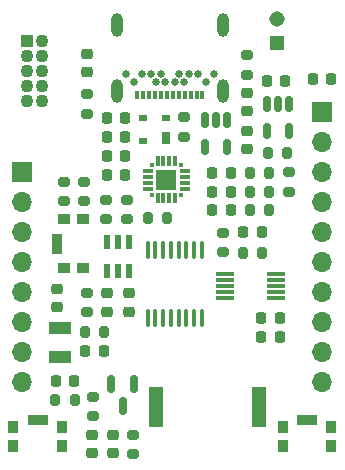
<source format=gbr>
%TF.GenerationSoftware,KiCad,Pcbnew,(6.0.7-1)-1*%
%TF.CreationDate,2022-11-20T21:12:54+11:00*%
%TF.ProjectId,esp32-clover,65737033-322d-4636-9c6f-7665722e6b69,rev?*%
%TF.SameCoordinates,Original*%
%TF.FileFunction,Soldermask,Top*%
%TF.FilePolarity,Negative*%
%FSLAX46Y46*%
G04 Gerber Fmt 4.6, Leading zero omitted, Abs format (unit mm)*
G04 Created by KiCad (PCBNEW (6.0.7-1)-1) date 2022-11-20 21:12:54*
%MOMM*%
%LPD*%
G01*
G04 APERTURE LIST*
G04 Aperture macros list*
%AMRoundRect*
0 Rectangle with rounded corners*
0 $1 Rounding radius*
0 $2 $3 $4 $5 $6 $7 $8 $9 X,Y pos of 4 corners*
0 Add a 4 corners polygon primitive as box body*
4,1,4,$2,$3,$4,$5,$6,$7,$8,$9,$2,$3,0*
0 Add four circle primitives for the rounded corners*
1,1,$1+$1,$2,$3*
1,1,$1+$1,$4,$5*
1,1,$1+$1,$6,$7*
1,1,$1+$1,$8,$9*
0 Add four rect primitives between the rounded corners*
20,1,$1+$1,$2,$3,$4,$5,0*
20,1,$1+$1,$4,$5,$6,$7,0*
20,1,$1+$1,$6,$7,$8,$9,0*
20,1,$1+$1,$8,$9,$2,$3,0*%
G04 Aperture macros list end*
%ADD10R,0.889000X0.990600*%
%ADD11R,1.701800X0.812800*%
%ADD12R,0.300000X0.300000*%
%ADD13R,0.300000X0.900000*%
%ADD14R,0.900000X0.300000*%
%ADD15R,1.800000X1.800000*%
%ADD16RoundRect,0.100000X-0.100000X0.637500X-0.100000X-0.637500X0.100000X-0.637500X0.100000X0.637500X0*%
%ADD17RoundRect,0.218750X-0.218750X-0.256250X0.218750X-0.256250X0.218750X0.256250X-0.218750X0.256250X0*%
%ADD18RoundRect,0.225000X-0.250000X0.225000X-0.250000X-0.225000X0.250000X-0.225000X0.250000X0.225000X0*%
%ADD19RoundRect,0.011200X0.723800X0.128800X-0.723800X0.128800X-0.723800X-0.128800X0.723800X-0.128800X0*%
%ADD20R,1.905000X1.092200*%
%ADD21RoundRect,0.225000X0.225000X0.250000X-0.225000X0.250000X-0.225000X-0.250000X0.225000X-0.250000X0*%
%ADD22RoundRect,0.200000X0.275000X-0.200000X0.275000X0.200000X-0.275000X0.200000X-0.275000X-0.200000X0*%
%ADD23R,0.990600X0.889000*%
%ADD24R,0.812800X1.701800*%
%ADD25RoundRect,0.200000X0.200000X0.275000X-0.200000X0.275000X-0.200000X-0.275000X0.200000X-0.275000X0*%
%ADD26RoundRect,0.200000X-0.275000X0.200000X-0.275000X-0.200000X0.275000X-0.200000X0.275000X0.200000X0*%
%ADD27RoundRect,0.200000X-0.200000X-0.275000X0.200000X-0.275000X0.200000X0.275000X-0.200000X0.275000X0*%
%ADD28RoundRect,0.225000X0.250000X-0.225000X0.250000X0.225000X-0.250000X0.225000X-0.250000X-0.225000X0*%
%ADD29R,0.700000X1.000000*%
%ADD30R,0.700000X0.600000*%
%ADD31RoundRect,0.040600X-0.249400X0.564400X-0.249400X-0.564400X0.249400X-0.564400X0.249400X0.564400X0*%
%ADD32R,1.308000X1.308000*%
%ADD33C,1.308000*%
%ADD34RoundRect,0.150000X-0.150000X0.512500X-0.150000X-0.512500X0.150000X-0.512500X0.150000X0.512500X0*%
%ADD35RoundRect,0.225000X-0.225000X-0.250000X0.225000X-0.250000X0.225000X0.250000X-0.225000X0.250000X0*%
%ADD36RoundRect,0.218750X-0.256250X0.218750X-0.256250X-0.218750X0.256250X-0.218750X0.256250X0.218750X0*%
%ADD37C,0.650000*%
%ADD38R,0.350000X0.700000*%
%ADD39O,1.000000X2.000000*%
%ADD40R,1.300000X3.400000*%
%ADD41R,1.100000X1.100000*%
%ADD42C,1.100000*%
%ADD43RoundRect,0.150000X-0.150000X0.587500X-0.150000X-0.587500X0.150000X-0.587500X0.150000X0.587500X0*%
%ADD44RoundRect,0.218750X0.218750X0.256250X-0.218750X0.256250X-0.218750X-0.256250X0.218750X-0.256250X0*%
%ADD45R,1.700000X1.700000*%
%ADD46O,1.700000X1.700000*%
G04 APERTURE END LIST*
D10*
%TO.C,SW2*%
X108850002Y-69099999D03*
X108850002Y-70700001D03*
X112949998Y-69099999D03*
X112949998Y-70700001D03*
D11*
X110900000Y-68500000D03*
%TD*%
D12*
%TO.C,U2*%
X100250000Y-46950000D03*
D13*
X99750000Y-46650000D03*
X99250000Y-46650000D03*
X98750000Y-46650000D03*
X98250000Y-46650000D03*
D12*
X97750000Y-46950000D03*
D14*
X97450000Y-47450000D03*
X97450000Y-47950000D03*
X97450000Y-48450000D03*
X97450000Y-48950000D03*
D12*
X97750000Y-49450000D03*
D13*
X98250000Y-49750000D03*
X98750000Y-49750000D03*
X99250000Y-49750000D03*
X99750000Y-49750000D03*
D12*
X100250000Y-49450000D03*
D14*
X100550000Y-48950000D03*
X100550000Y-48450000D03*
X100550000Y-47950000D03*
X100550000Y-47450000D03*
D15*
X99000000Y-48200000D03*
%TD*%
D16*
%TO.C,U5*%
X101975000Y-54137500D03*
X101325000Y-54137500D03*
X100675000Y-54137500D03*
X100025000Y-54137500D03*
X99375000Y-54137500D03*
X98725000Y-54137500D03*
X98075000Y-54137500D03*
X97425000Y-54137500D03*
X97425000Y-59862500D03*
X98075000Y-59862500D03*
X98725000Y-59862500D03*
X99375000Y-59862500D03*
X100025000Y-59862500D03*
X100675000Y-59862500D03*
X101325000Y-59862500D03*
X101975000Y-59862500D03*
%TD*%
D17*
%TO.C,D1*%
X111400000Y-39700000D03*
X112975000Y-39700000D03*
%TD*%
D18*
%TO.C,C10*%
X92700000Y-69825000D03*
X92700000Y-71375000D03*
%TD*%
D19*
%TO.C,U6*%
X108280000Y-58200000D03*
X108280000Y-57700000D03*
X108280000Y-57200000D03*
X108280000Y-56700000D03*
X108280000Y-56200000D03*
X103980000Y-56200000D03*
X103980000Y-56700000D03*
X103980000Y-57200000D03*
X103980000Y-57700000D03*
X103980000Y-58200000D03*
%TD*%
D20*
%TO.C,Y1*%
X90000000Y-60725000D03*
X90000000Y-63163400D03*
%TD*%
D21*
%TO.C,C3*%
X95500000Y-47800000D03*
X93950000Y-47800000D03*
%TD*%
D22*
%TO.C,R13*%
X103800000Y-54325000D03*
X103800000Y-52675000D03*
%TD*%
D21*
%TO.C,C7*%
X95500000Y-44600000D03*
X93950000Y-44600000D03*
%TD*%
D23*
%TO.C,SW3*%
X90299999Y-55649998D03*
X91900001Y-55649998D03*
X90299999Y-51550002D03*
X91900001Y-51550002D03*
D24*
X89700000Y-53600000D03*
%TD*%
D25*
%TO.C,R14*%
X107700000Y-47600000D03*
X106050000Y-47600000D03*
%TD*%
D22*
%TO.C,R3*%
X109400000Y-49225000D03*
X109400000Y-47575000D03*
%TD*%
%TO.C,R15*%
X90350000Y-50000000D03*
X90350000Y-48350000D03*
%TD*%
%TO.C,R5*%
X92000000Y-50025000D03*
X92000000Y-48375000D03*
%TD*%
D26*
%TO.C,R4*%
X93900000Y-49875000D03*
X93900000Y-51525000D03*
%TD*%
D27*
%TO.C,R2*%
X107575000Y-45900000D03*
X109225000Y-45900000D03*
%TD*%
D18*
%TO.C,C11*%
X94500000Y-69825000D03*
X94500000Y-71375000D03*
%TD*%
D28*
%TO.C,C5*%
X105800000Y-42400000D03*
X105800000Y-40850000D03*
%TD*%
D18*
%TO.C,C1*%
X105800000Y-44050000D03*
X105800000Y-45600000D03*
%TD*%
D29*
%TO.C,D2*%
X99000000Y-44700000D03*
D30*
X99000000Y-43000000D03*
X97000000Y-43000000D03*
X97000000Y-44900000D03*
%TD*%
D31*
%TO.C,U7*%
X95850000Y-53445000D03*
X94900000Y-53445000D03*
X93950000Y-53445000D03*
X93950000Y-55955000D03*
X94900000Y-55955000D03*
X95850000Y-55955000D03*
%TD*%
D26*
%TO.C,R6*%
X95700000Y-49875000D03*
X95700000Y-51525000D03*
%TD*%
D22*
%TO.C,R1*%
X100500000Y-44550000D03*
X100500000Y-42900000D03*
%TD*%
D10*
%TO.C,SW1*%
X86050002Y-69099999D03*
X86050002Y-70700001D03*
X90149998Y-69099999D03*
X90149998Y-70700001D03*
D11*
X88100000Y-68500000D03*
%TD*%
D28*
%TO.C,C13*%
X89700000Y-59000000D03*
X89700000Y-57450000D03*
%TD*%
%TO.C,C15*%
X95800000Y-59375000D03*
X95800000Y-57825000D03*
%TD*%
D32*
%TO.C,J2*%
X108387500Y-36600000D03*
D33*
X108387500Y-34600000D03*
%TD*%
D17*
%TO.C,D4*%
X102887500Y-50800000D03*
X104462500Y-50800000D03*
%TD*%
D34*
%TO.C,U3*%
X104150000Y-43162500D03*
X103200000Y-43162500D03*
X102250000Y-43162500D03*
X102250000Y-45437500D03*
X104150000Y-45437500D03*
%TD*%
D26*
%TO.C,R19*%
X92300000Y-57775000D03*
X92300000Y-59425000D03*
%TD*%
D27*
%TO.C,R10*%
X89575000Y-66825000D03*
X91225000Y-66825000D03*
%TD*%
D28*
%TO.C,C14*%
X94000000Y-59375000D03*
X94000000Y-57825000D03*
%TD*%
D35*
%TO.C,C9*%
X89625000Y-65225000D03*
X91175000Y-65225000D03*
%TD*%
D36*
%TO.C,D6*%
X92300000Y-37525000D03*
X92300000Y-39100000D03*
%TD*%
D26*
%TO.C,R7*%
X105800000Y-37650000D03*
X105800000Y-39300000D03*
%TD*%
D35*
%TO.C,C12*%
X92125000Y-62700000D03*
X93675000Y-62700000D03*
%TD*%
D17*
%TO.C,D3*%
X102887500Y-49200000D03*
X104462500Y-49200000D03*
%TD*%
D21*
%TO.C,C2*%
X95500000Y-46200000D03*
X93950000Y-46200000D03*
%TD*%
D25*
%TO.C,R11*%
X99050000Y-51400000D03*
X97400000Y-51400000D03*
%TD*%
D21*
%TO.C,C8*%
X104450000Y-47600000D03*
X102900000Y-47600000D03*
%TD*%
D37*
%TO.C,J1*%
X103025000Y-39217790D03*
X95575000Y-39217790D03*
D38*
X102050000Y-41037790D03*
X101550000Y-41037790D03*
X101050000Y-41037790D03*
X100550000Y-41037790D03*
X100050000Y-41037790D03*
X99550000Y-41037790D03*
X99050000Y-41037790D03*
X98550000Y-41037790D03*
X98050000Y-41037790D03*
X97550000Y-41037790D03*
X97050000Y-41037790D03*
X96550000Y-41037790D03*
D37*
X96250000Y-39917790D03*
X96900000Y-39217790D03*
X97700000Y-39217790D03*
X98100000Y-39917790D03*
X98500000Y-39217790D03*
X98900000Y-39917790D03*
X99700000Y-39917790D03*
X100100000Y-39217790D03*
X100500000Y-39917790D03*
X100900000Y-39217790D03*
X101700000Y-39217790D03*
X102350000Y-39917790D03*
D39*
X103800000Y-40717790D03*
X94800000Y-40717790D03*
X103800000Y-35117790D03*
X94800000Y-35117790D03*
%TD*%
D40*
%TO.C,LS1*%
X106850000Y-67400000D03*
X98150000Y-67400000D03*
%TD*%
D27*
%TO.C,R12*%
X92075000Y-61100000D03*
X93725000Y-61100000D03*
%TD*%
D25*
%TO.C,R8*%
X107700000Y-49200000D03*
X106050000Y-49200000D03*
%TD*%
D21*
%TO.C,C17*%
X108600000Y-59900000D03*
X107050000Y-59900000D03*
%TD*%
%TO.C,C6*%
X95500000Y-43000000D03*
X93950000Y-43000000D03*
%TD*%
D35*
%TO.C,C4*%
X107500000Y-39800000D03*
X109050000Y-39800000D03*
%TD*%
D41*
%TO.C,J4*%
X87165000Y-36460000D03*
D42*
X88435000Y-36460000D03*
X87165000Y-37730000D03*
X88435000Y-37730000D03*
X87165000Y-39000000D03*
X88435000Y-39000000D03*
X87165000Y-40270000D03*
X88435000Y-40270000D03*
X87165000Y-41540000D03*
X88435000Y-41540000D03*
%TD*%
D43*
%TO.C,Q1*%
X96250000Y-65462500D03*
X94350000Y-65462500D03*
X95300000Y-67337500D03*
%TD*%
D25*
%TO.C,R9*%
X107700000Y-50800000D03*
X106050000Y-50800000D03*
%TD*%
D27*
%TO.C,R16*%
X105475000Y-54400000D03*
X107125000Y-54400000D03*
%TD*%
D26*
%TO.C,R20*%
X92300000Y-40975000D03*
X92300000Y-42625000D03*
%TD*%
%TO.C,R18*%
X96200000Y-69775000D03*
X96200000Y-71425000D03*
%TD*%
D34*
%TO.C,U1*%
X109400000Y-41762500D03*
X108450000Y-41762500D03*
X107500000Y-41762500D03*
X107500000Y-44037500D03*
X109400000Y-44037500D03*
%TD*%
D44*
%TO.C,D5*%
X107087500Y-52600000D03*
X105512500Y-52600000D03*
%TD*%
D21*
%TO.C,C16*%
X108575000Y-61500000D03*
X107025000Y-61500000D03*
%TD*%
D26*
%TO.C,R17*%
X92750000Y-66575000D03*
X92750000Y-68225000D03*
%TD*%
D45*
%TO.C,J3*%
X86800000Y-47575000D03*
D46*
X86800000Y-50115000D03*
X86800000Y-52655000D03*
X86800000Y-55195000D03*
X86800000Y-57735000D03*
X86800000Y-60275000D03*
X86800000Y-62815000D03*
X86800000Y-65355000D03*
%TD*%
D45*
%TO.C,J5*%
X112200000Y-42475000D03*
D46*
X112200000Y-45015000D03*
X112200000Y-47555000D03*
X112200000Y-50095000D03*
X112200000Y-52635000D03*
X112200000Y-55175000D03*
X112200000Y-57715000D03*
X112200000Y-60255000D03*
X112200000Y-62795000D03*
X112200000Y-65335000D03*
%TD*%
M02*

</source>
